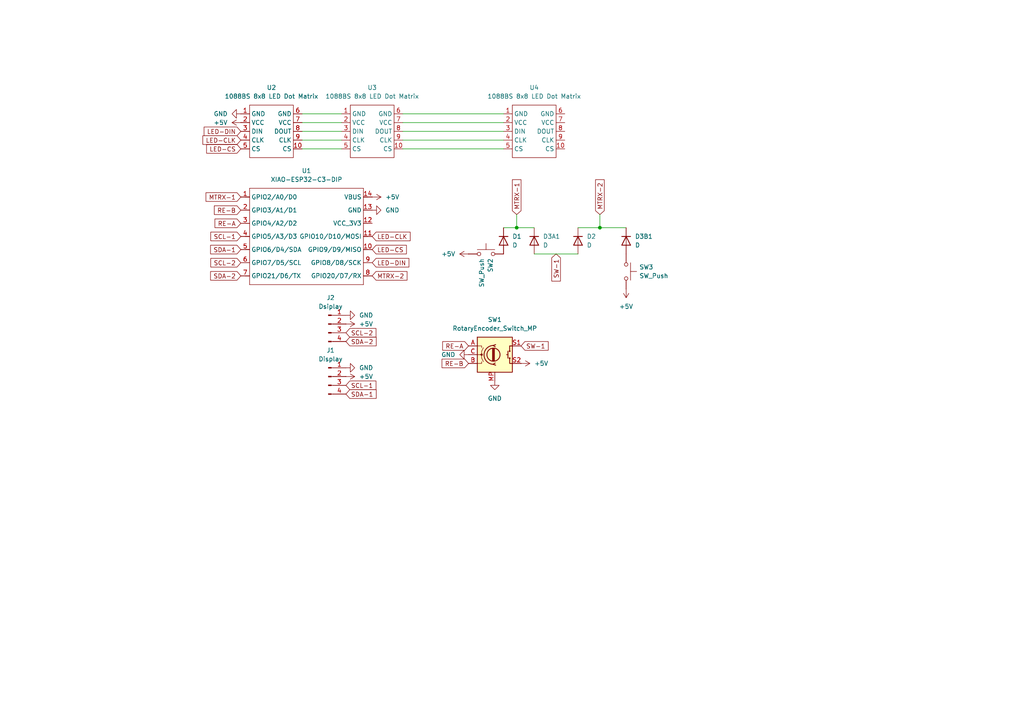
<source format=kicad_sch>
(kicad_sch (version 20250114) (generator "eeschema") (generator_version "9.0")
  (paper "A4")
  (lib_symbols
    (symbol "Connector:Conn_01x04_Pin" (pin_names (offset 1.016) (hide yes))
      (property "Reference" "J" (at 0 5.08 0))
      (property "Value" "Conn_01x04_Pin" (at 0 -7.62 0))
      (symbol "Conn_01x04_Pin_1_1"
        (rectangle (start 0.8636 2.667) (end 0 2.413) (stroke (width 0.1524)) (fill (type outline)))
        (rectangle (start 0.8636 0.127) (end 0 -0.127) (stroke (width 0.1524)) (fill (type outline)))
        (rectangle (start 0.8636 -2.413) (end 0 -2.667) (stroke (width 0.1524)) (fill (type outline)))
        (rectangle (start 0.8636 -4.953) (end 0 -5.207) (stroke (width 0.1524)) (fill (type outline)))
        (polyline (pts (xy 1.27 2.54) (xy 0.8636 2.54)) (stroke (width 0.1524)))
        (polyline (pts (xy 1.27 0) (xy 0.8636 0)) (stroke (width 0.1524)))
        (polyline (pts (xy 1.27 -2.54) (xy 0.8636 -2.54)) (stroke (width 0.1524)))
        (polyline (pts (xy 1.27 -5.08) (xy 0.8636 -5.08)) (stroke (width 0.1524)))
        (pin passive line (at 5.08 2.54 180) (length 3.81) (name "Pin_1") (number "1"))
        (pin passive line (at 5.08 0 180) (length 3.81) (name "Pin_2") (number "2"))
        (pin passive line (at 5.08 -2.54 180) (length 3.81) (name "Pin_3") (number "3"))
        (pin passive line (at 5.08 -5.08 180) (length 3.81) (name "Pin_4") (number "4"))
      )
    )
    (symbol "Device:D" (pin_numbers (hide yes)) (pin_names (offset 1.016) (hide yes))
      (property "Reference" "D" (at 0 2.54 0))
      (property "Value" "D" (at 0 -2.54 0))
      (symbol "D_0_1"
        (polyline (pts (xy -1.27 1.27) (xy -1.27 -1.27)) (stroke (width 0.254)))
        (polyline (pts (xy 1.27 1.27) (xy 1.27 -1.27) (xy -1.27 0) (xy 1.27 1.27)) (stroke (width 0.254)))
        (polyline (pts (xy 1.27 0) (xy -1.27 0)))
      )
      (symbol "D_1_1"
        (pin passive line (at -3.81 0 0) (length 2.54) (name "K") (number "1"))
        (pin passive line (at 3.81 0 180) (length 2.54) (name "A") (number "2"))
      )
    )
    (symbol "Device:RotaryEncoder_Switch_MP" (pin_names (offset 0.254) (hide yes))
      (property "Reference" "SW" (at 0 8.89 0))
      (property "Value" "RotaryEncoder_Switch_MP" (at 0 6.35 0))
      (symbol "RotaryEncoder_Switch_MP_0_1"
        (rectangle (start -5.08 5.08) (end 5.08 -5.08) (stroke (width 0.254)) (fill (type background)))
        (polyline (pts (xy -5.08 2.54) (xy -3.81 2.54) (xy -3.81 2.032)))
        (polyline (pts (xy -5.08 0) (xy -3.81 0) (xy -3.81 -1.016) (xy -3.302 -2.032)))
        (polyline (pts (xy -5.08 -2.54) (xy -3.81 -2.54) (xy -3.81 -2.032)))
        (polyline (pts (xy -4.318 0) (xy -3.81 0) (xy -3.81 1.016) (xy -3.302 2.032)))
        (circle (center -3.81 0) (radius 0.254) (fill (type outline)))
        (polyline (pts (xy -0.635 -1.778) (xy -0.635 1.778)) (stroke (width 0.254)))
        (circle (center -0.381 0) (radius 1.905) (stroke (width 0.254)))
        (polyline (pts (xy -0.381 -1.778) (xy -0.381 1.778)) (stroke (width 0.254)))
        (arc (start -0.381 -2.794) (mid -3.0988 -0.0635) (end -0.381 2.667) (stroke (width 0.254)))
        (polyline (pts (xy -0.127 1.778) (xy -0.127 -1.778)) (stroke (width 0.254)))
        (polyline (pts (xy 0.254 2.921) (xy -0.508 2.667) (xy 0.127 2.286)) (stroke (width 0.254)))
        (polyline (pts (xy 0.254 -3.048) (xy -0.508 -2.794) (xy 0.127 -2.413)) (stroke (width 0.254)))
        (polyline (pts (xy 3.81 1.016) (xy 3.81 -1.016)) (stroke (width 0.254)))
        (polyline (pts (xy 3.81 0) (xy 3.429 0)) (stroke (width 0.254)))
        (circle (center 4.318 1.016) (radius 0.127) (stroke (width 0.254)))
        (circle (center 4.318 -1.016) (radius 0.127) (stroke (width 0.254)))
        (polyline (pts (xy 5.08 2.54) (xy 4.318 2.54) (xy 4.318 1.016)) (stroke (width 0.254)))
        (polyline (pts (xy 5.08 -2.54) (xy 4.318 -2.54) (xy 4.318 -1.016)) (stroke (width 0.254)))
      )
      (symbol "RotaryEncoder_Switch_MP_1_1"
        (pin passive line (at -7.62 2.54 0) (length 2.54) (name "A") (number "A"))
        (pin passive line (at -7.62 0 0) (length 2.54) (name "C") (number "C"))
        (pin passive line (at -7.62 -2.54 0) (length 2.54) (name "B") (number "B"))
        (pin passive line (at 0 -7.62 90) (length 2.54) (name "MP") (number "MP"))
        (pin passive line (at 7.62 2.54 180) (length 2.54) (name "S1") (number "S1"))
        (pin passive line (at 7.62 -2.54 180) (length 2.54) (name "S2") (number "S2"))
      )
    )
    (symbol "LED:1088BS_8x8_Dot_Matrix"
      (property "Reference" "U" (at 8.382 -0.254 0))
      (property "Value" "1088BS 8x8 LED Dot Matrix" (at 5.334 -18.034 0))
      (symbol "1088BS_8x8_Dot_Matrix_0_1"
        (rectangle (start 2.54 -1.27) (end 15.24 -16.51))
      )
      (symbol "1088BS_8x8_Dot_Matrix_1_1"
        (pin power_in line (at 0 -3.81 0) (length 2.54) (name "GND") (number "1"))
        (pin power_in line (at 0 -6.35 0) (length 2.54) (name "VCC") (number "2"))
        (pin input line (at 0 -8.89 0) (length 2.54) (name "DIN") (number "3"))
        (pin input line (at 0 -11.43 0) (length 2.54) (name "CLK") (number "4"))
        (pin input line (at 0 -13.97 0) (length 2.54) (name "CS") (number "5"))
        (pin power_out line (at 17.78 -3.81 180) (length 2.54) (name "GND") (number "6"))
        (pin power_out line (at 17.78 -6.35 180) (length 2.54) (name "VCC") (number "7"))
        (pin output line (at 17.78 -8.89 180) (length 2.54) (name "DOUT") (number "8"))
        (pin output line (at 17.78 -11.43 180) (length 2.54) (name "CLK") (number "9"))
        (pin output line (at 17.78 -13.97 180) (length 2.54) (name "CS") (number "10"))
      )
    )
    (symbol "Seeed_Studio_XIAO_Series:XIAO-ESP32-C3-DIP"
      (property "Reference" "U" (at 1.016 2.794 0))
      (property "Value" "XIAO-ESP32-C3-DIP" (at 7.62 1.016 0))
      (symbol "XIAO-ESP32-C3-DIP_1_0"
        (polyline (pts (xy 0 0) (xy 33.02 0)) (stroke (width 0.1524)))
        (polyline (pts (xy 0 -2.54) (xy -1.27 -2.54)) (stroke (width 0.1524)))
        (polyline (pts (xy 0 -2.54) (xy 0 0)) (stroke (width 0.1524)))
        (polyline (pts (xy 0 -6.35) (xy -1.27 -6.35)) (stroke (width 0.1524)))
        (polyline (pts (xy 0 -6.35) (xy 0 -2.54)) (stroke (width 0.1524)))
        (polyline (pts (xy 0 -10.16) (xy -1.27 -10.16)) (stroke (width 0.1524)))
        (polyline (pts (xy 0 -10.16) (xy 0 -6.35)) (stroke (width 0.1524)))
        (polyline (pts (xy 0 -13.97) (xy -1.27 -13.97)) (stroke (width 0.1524)))
        (polyline (pts (xy 0 -13.97) (xy 0 -10.16)) (stroke (width 0.1524)))
        (polyline (pts (xy 0 -17.78) (xy -1.27 -17.78)) (stroke (width 0.1524)))
        (polyline (pts (xy 0 -21.59) (xy -1.27 -21.59)) (stroke (width 0.1524)))
        (polyline (pts (xy 0 -25.4) (xy -1.27 -25.4)) (stroke (width 0.1524)))
        (polyline (pts (xy 0 -27.94) (xy 0 -13.97)) (stroke (width 0.1524)))
        (polyline (pts (xy 33.02 0) (xy 33.02 -2.54)) (stroke (width 0.1524)))
        (polyline (pts (xy 33.02 -2.54) (xy 33.02 -6.35)) (stroke (width 0.1524)))
        (polyline (pts (xy 33.02 -6.35) (xy 33.02 -10.16)) (stroke (width 0.1524)))
        (polyline (pts (xy 33.02 -10.16) (xy 33.02 -27.94)) (stroke (width 0.1524)))
        (polyline (pts (xy 33.02 -27.94) (xy 0 -27.94)) (stroke (width 0.1524)))
        (polyline (pts (xy 34.29 -2.54) (xy 33.02 -2.54)) (stroke (width 0.1524)))
        (polyline (pts (xy 34.29 -6.35) (xy 33.02 -6.35)) (stroke (width 0.1524)))
        (polyline (pts (xy 34.29 -10.16) (xy 33.02 -10.16)) (stroke (width 0.1524)))
        (polyline (pts (xy 34.29 -13.97) (xy 33.02 -13.97)) (stroke (width 0.1524)))
        (polyline (pts (xy 34.29 -17.78) (xy 33.02 -17.78)) (stroke (width 0.1524)))
        (polyline (pts (xy 34.29 -21.59) (xy 33.02 -21.59)) (stroke (width 0.1524)))
        (polyline (pts (xy 34.29 -25.4) (xy 33.02 -25.4)) (stroke (width 0.1524)))
        (pin passive line (at -2.54 -2.54 0) (length 2.54) (name "GPIO2/A0/D0") (number "1"))
        (pin passive line (at -2.54 -6.35 0) (length 2.54) (name "GPIO3/A1/D1") (number "2"))
        (pin passive line (at -2.54 -10.16 0) (length 2.54) (name "GPIO4/A2/D2") (number "3"))
        (pin passive line (at -2.54 -13.97 0) (length 2.54) (name "GPIO5/A3/D3") (number "4"))
        (pin passive line (at -2.54 -17.78 0) (length 2.54) (name "GPIO6/D4/SDA") (number "5"))
        (pin passive line (at -2.54 -21.59 0) (length 2.54) (name "GPIO7/D5/SCL") (number "6"))
        (pin passive line (at -2.54 -25.4 0) (length 2.54) (name "GPIO21/D6/TX") (number "7"))
        (pin passive line (at 35.56 -2.54 180) (length 2.54) (name "VBUS") (number "14"))
        (pin passive line (at 35.56 -6.35 180) (length 2.54) (name "GND") (number "13"))
        (pin passive line (at 35.56 -10.16 180) (length 2.54) (name "VCC_3V3") (number "12"))
        (pin passive line (at 35.56 -13.97 180) (length 2.54) (name "GPIO10/D10/MOSI") (number "11"))
        (pin passive line (at 35.56 -17.78 180) (length 2.54) (name "GPIO9/D9/MISO") (number "10"))
        (pin passive line (at 35.56 -21.59 180) (length 2.54) (name "GPIO8/D8/SCK") (number "9"))
        (pin passive line (at 35.56 -25.4 180) (length 2.54) (name "GPIO20/D7/RX") (number "8"))
      )
    )
    (symbol "Switch:SW_Push" (pin_numbers (hide yes)) (pin_names (offset 1.016) (hide yes))
      (property "Reference" "SW" (at 1.27 2.54 0))
      (property "Value" "SW_Push" (at 0 -1.524 0))
      (symbol "SW_Push_0_1"
        (circle (center -2.032 0) (radius 0.508))
        (polyline (pts (xy 0 1.27) (xy 0 3.048)))
        (circle (center 2.032 0) (radius 0.508))
        (polyline (pts (xy 2.54 1.27) (xy -2.54 1.27)))
        (pin passive line (at -5.08 0 0) (length 2.54) (name "1") (number "1"))
        (pin passive line (at 5.08 0 180) (length 2.54) (name "2") (number "2"))
      )
    )
    (symbol "power:+5V" (power) (pin_numbers (hide yes)) (pin_names (offset 0) (hide yes))
      (property "Value" "+5V" (at 0 3.556 0))
      (symbol "+5V_0_1"
        (polyline (pts (xy -0.762 1.27) (xy 0 2.54)))
        (polyline (pts (xy 0 2.54) (xy 0.762 1.27)))
        (polyline (pts (xy 0 0) (xy 0 2.54)))
      )
      (symbol "+5V_1_1"
        (pin power_in line (at 0 0 90) (length 0) (name "~") (number "1"))
      )
    )
    (symbol "power:GND" (power) (pin_numbers (hide yes)) (pin_names (offset 0) (hide yes))
      (property "Value" "GND" (at 0 -3.81 0))
      (symbol "GND_0_1"
        (polyline (pts (xy 0 0) (xy 0 -1.27) (xy 1.27 -1.27) (xy 0 -2.54) (xy -1.27 -1.27) (xy 0 -1.27)))
      )
      (symbol "GND_1_1"
        (pin power_in line (at 0 0 270) (length 0) (name "~") (number "1"))
      )
    )
  )
  (junction (at 173.99 66.04))
  (junction (at 149.86 66.04))
  (wire (pts (xy 146.05 66.04) (xy 149.86 66.04)))
  (wire (pts (xy 87.63 38.1) (xy 99.06 38.1)))
  (wire (pts (xy 116.84 35.56) (xy 146.05 35.56)))
  (wire (pts (xy 87.63 43.18) (xy 99.06 43.18)))
  (wire (pts (xy 154.94 73.66) (xy 167.64 73.66)))
  (wire (pts (xy 167.64 66.04) (xy 173.99 66.04)))
  (wire (pts (xy 116.84 40.64) (xy 146.05 40.64)))
  (wire (pts (xy 116.84 33.02) (xy 146.05 33.02)))
  (wire (pts (xy 173.99 66.04) (xy 173.99 62.23)))
  (wire (pts (xy 87.63 33.02) (xy 99.06 33.02)))
  (wire (pts (xy 181.61 66.04) (xy 173.99 66.04)))
  (wire (pts (xy 87.63 35.56) (xy 99.06 35.56)))
  (wire (pts (xy 146.05 38.1) (xy 116.84 38.1)))
  (wire (pts (xy 87.63 40.64) (xy 99.06 40.64)))
  (wire (pts (xy 149.86 66.04) (xy 149.86 62.23)))
  (wire (pts (xy 154.94 66.04) (xy 149.86 66.04)))
  (wire (pts (xy 116.84 43.18) (xy 146.05 43.18)))
  (global_label "SDA-2" (shape input) (at 69.85 80.01 180) (property "Intersheetrefs" "${INTERSHEET_REFS}" (effects (hide yes))))
  (global_label "SCL-2" (shape input) (at 100.33 96.52 0) (property "Intersheetrefs" "${INTERSHEET_REFS}" (effects (hide yes))))
  (global_label "LED-CLK" (shape input) (at 69.85 40.64 180) (property "Intersheetrefs" "${INTERSHEET_REFS}" (effects (hide yes))))
  (global_label "SDA-1" (shape input) (at 100.33 114.3 0) (property "Intersheetrefs" "${INTERSHEET_REFS}" (effects (hide yes))))
  (global_label "SDA-1" (shape input) (at 69.85 72.39 180) (property "Intersheetrefs" "${INTERSHEET_REFS}" (effects (hide yes))))
  (global_label "MTRX-2" (shape input) (at 107.95 80.01 0) (property "Intersheetrefs" "${INTERSHEET_REFS}" (effects (hide yes))))
  (global_label "MTRX-1" (shape input) (at 69.85 57.15 180) (property "Intersheetrefs" "${INTERSHEET_REFS}" (effects (hide yes))))
  (global_label "LED-DIN" (shape input) (at 69.85 38.1 180) (property "Intersheetrefs" "${INTERSHEET_REFS}" (effects (hide yes))))
  (global_label "SDA-2" (shape input) (at 100.33 99.06 0) (property "Intersheetrefs" "${INTERSHEET_REFS}" (effects (hide yes))))
  (global_label "RE-B" (shape input) (at 69.85 60.96 180) (property "Intersheetrefs" "${INTERSHEET_REFS}" (effects (hide yes))))
  (global_label "LED-DIN" (shape input) (at 107.95 76.2 0) (property "Intersheetrefs" "${INTERSHEET_REFS}" (effects (hide yes))))
  (global_label "SW-1" (shape input) (at 161.29 73.66 270) (property "Intersheetrefs" "${INTERSHEET_REFS}" (effects (hide yes))))
  (global_label "LED-CLK" (shape input) (at 107.95 68.58 0) (property "Intersheetrefs" "${INTERSHEET_REFS}" (effects (hide yes))))
  (global_label "RE-A" (shape input) (at 135.89 100.33 180) (property "Intersheetrefs" "${INTERSHEET_REFS}" (effects (hide yes))))
  (global_label "MTRX-2" (shape input) (at 173.99 62.23 90) (property "Intersheetrefs" "${INTERSHEET_REFS}" (effects (hide yes))))
  (global_label "LED-CS" (shape input) (at 69.85 43.18 180) (property "Intersheetrefs" "${INTERSHEET_REFS}" (effects (hide yes))))
  (global_label "RE-B" (shape input) (at 135.89 105.41 180) (property "Intersheetrefs" "${INTERSHEET_REFS}" (effects (hide yes))))
  (global_label "SCL-2" (shape input) (at 69.85 76.2 180) (property "Intersheetrefs" "${INTERSHEET_REFS}" (effects (hide yes))))
  (global_label "RE-A" (shape input) (at 69.85 64.77 180) (property "Intersheetrefs" "${INTERSHEET_REFS}" (effects (hide yes))))
  (global_label "SCL-1" (shape input) (at 69.85 68.58 180) (property "Intersheetrefs" "${INTERSHEET_REFS}" (effects (hide yes))))
  (global_label "SW-1" (shape input) (at 151.13 100.33 0) (property "Intersheetrefs" "${INTERSHEET_REFS}" (effects (hide yes))))
  (global_label "LED-CS" (shape input) (at 107.95 72.39 0) (property "Intersheetrefs" "${INTERSHEET_REFS}" (effects (hide yes))))
  (global_label "SCL-1" (shape input) (at 100.33 111.76 0) (property "Intersheetrefs" "${INTERSHEET_REFS}" (effects (hide yes))))
  (global_label "MTRX-1" (shape input) (at 149.86 62.23 90) (property "Intersheetrefs" "${INTERSHEET_REFS}" (effects (hide yes))))
  (symbol (lib_id "power:GND") (at 135.89 102.87 270) (unit 1)
    (property "Reference" "#PWR03" (effects (hide yes)))
    (property "Value" "GND" (at 132.08 102.8699 90) (effects (justify right)))
    (property "Description" "Power symbol creates a global label with name \"GND\" , ground" (effects (hide yes)))
  )
  (symbol (lib_id "power:GND") (at 107.95 60.96 90) (unit 1)
    (property "Reference" "#PWR06" (effects (hide yes)))
    (property "Value" "GND" (at 111.76 60.9599 90) (effects (justify right)))
    (property "Description" "Power symbol creates a global label with name \"GND\" , ground" (effects (hide yes)))
  )
  (symbol (lib_id "LED:1088BS_8x8_Dot_Matrix") (at 69.85 29.21 0) (unit 1)
    (property "Reference" "U2" (at 78.74 25.4 0))
    (property "Value" "1088BS 8x8 LED Dot Matrix" (at 78.74 27.94 0))
    (property "Footprint" "LED_THT:8x8 LED Dot Matrix Display Module" (effects (hide yes)))
    (property "Description" "Serial LED dot-matrix module consisting of an 8x8 grid of red LEDs. It is based on the Maxim MAX7219 serial LED controller IC" (effects (hide yes)))
  )
  (symbol (lib_id "Switch:SW_Push") (at 140.97 73.66 0) (unit 1)
    (property "Reference" "SW2" (at 142.2401 74.93 90) (effects (justify right)))
    (property "Value" "SW_Push" (at 139.7001 74.93 90) (effects (justify right)))
    (property "Footprint" "PCM_Switch_Keyboard_Cherry_MX:SW_Cherry_MX_PCB" (effects (hide yes)))
    (property "Description" "Push button switch, generic, two pins" (effects (hide yes)))
  )
  (symbol (lib_id "power:GND") (at 143.51 110.49 0) (unit 1)
    (property "Reference" "#PWR02" (effects (hide yes)))
    (property "Value" "GND" (at 143.51 115.57 0))
    (property "Description" "Power symbol creates a global label with name \"GND\" , ground" (effects (hide yes)))
  )
  (symbol (lib_id "Device:D") (at 181.61 69.85 270) (unit 1)
    (property "Reference" "D3B1" (at 184.15 68.5799 90) (effects (justify left)))
    (property "Value" "D" (at 184.15 71.1199 90) (effects (justify left)))
    (property "Footprint" "Diode_THT:D_DO-35_SOD27_P7.62mm_Horizontal" (effects (hide yes)))
    (property "Description" "Diode" (effects (hide yes)))
    (property "Sim.Device" "D" (effects (hide yes)))
    (property "Sim.Pins" "1=K 2=A" (effects (hide yes)))
  )
  (symbol (lib_id "power:GND") (at 69.85 33.02 270) (unit 1)
    (property "Reference" "#PWR08" (effects (hide yes)))
    (property "Value" "GND" (at 66.04 33.0199 90) (effects (justify right)))
    (property "Description" "Power symbol creates a global label with name \"GND\" , ground" (effects (hide yes)))
  )
  (symbol (lib_id "Switch:SW_Push") (at 181.61 78.74 270) (unit 1)
    (property "Reference" "SW3" (at 185.42 77.4699 90) (effects (justify left)))
    (property "Value" "SW_Push" (at 185.42 80.0099 90) (effects (justify left)))
    (property "Footprint" "PCM_Switch_Keyboard_Cherry_MX:SW_Cherry_MX_PCB" (effects (hide yes)))
    (property "Description" "Push button switch, generic, two pins" (effects (hide yes)))
  )
  (symbol (lib_id "power:+5V") (at 135.89 73.66 90) (unit 1)
    (property "Reference" "#PWR07" (effects (hide yes)))
    (property "Value" "+5V" (at 132.08 73.6599 90) (effects (justify left)))
    (property "Description" "Power symbol creates a global label with name \"+5V\"" (effects (hide yes)))
  )
  (symbol (lib_id "Device:RotaryEncoder_Switch_MP") (at 143.51 102.87 0) (unit 1)
    (property "Reference" "SW1" (at 143.51 92.71 0))
    (property "Value" "RotaryEncoder_Switch_MP" (at 143.51 95.25 0))
    (property "Footprint" "Rotary_Encoder:RotaryEncoder_Alps_EC11E-Switch_Vertical_H20mm" (effects (hide yes)))
    (property "Description" "Rotary encoder, dual channel, incremental quadrate outputs, with switch and MP Pin" (effects (hide yes)))
  )
  (symbol (lib_id "Device:D") (at 146.05 69.85 270) (unit 1)
    (property "Reference" "D1" (at 148.59 68.5799 90) (effects (justify left)))
    (property "Value" "D" (at 148.59 71.1199 90) (effects (justify left)))
    (property "Footprint" "Diode_THT:D_DO-35_SOD27_P7.62mm_Horizontal" (effects (hide yes)))
    (property "Description" "Diode" (effects (hide yes)))
    (property "Sim.Device" "D" (effects (hide yes)))
    (property "Sim.Pins" "1=K 2=A" (effects (hide yes)))
  )
  (symbol (lib_id "Connector:Conn_01x04_Pin") (at 95.25 109.22 0) (unit 1)
    (property "Reference" "J1" (at 95.885 101.6 0))
    (property "Value" "Display" (at 95.885 104.14 0))
    (property "Footprint" "Display:OLED_SSD1306_I2C_0.96" (effects (hide yes)))
    (property "Description" "Generic connector, single row, 01x04, script generated" (effects (hide yes)))
  )
  (symbol (lib_id "power:+5V") (at 181.61 83.82 180) (unit 1)
    (property "Reference" "#PWR09" (effects (hide yes)))
    (property "Value" "+5V" (at 181.61 88.9 0))
    (property "Description" "Power symbol creates a global label with name \"+5V\"" (effects (hide yes)))
  )
  (symbol (lib_id "power:+5V") (at 100.33 93.98 270) (unit 1)
    (property "Reference" "#PWR013" (effects (hide yes)))
    (property "Value" "+5V" (at 104.14 93.9799 90) (effects (justify left)))
    (property "Description" "Power symbol creates a global label with name \"+5V\"" (effects (hide yes)))
  )
  (symbol (lib_id "Connector:Conn_01x04_Pin") (at 95.25 93.98 0) (unit 1)
    (property "Reference" "J2" (at 95.885 86.36 0))
    (property "Value" "Dsiplay" (at 95.885 88.9 0))
    (property "Footprint" "Display:OLED_SSD1306_I2C_0.96" (effects (hide yes)))
    (property "Description" "Generic connector, single row, 01x04, script generated" (effects (hide yes)))
  )
  (symbol (lib_id "Device:D") (at 167.64 69.85 270) (unit 1)
    (property "Reference" "D2" (at 170.18 68.5799 90) (effects (justify left)))
    (property "Value" "D" (at 170.18 71.1199 90) (effects (justify left)))
    (property "Footprint" "Diode_THT:D_DO-35_SOD27_P7.62mm_Horizontal" (effects (hide yes)))
    (property "Description" "Diode" (effects (hide yes)))
    (property "Sim.Device" "D" (effects (hide yes)))
    (property "Sim.Pins" "1=K 2=A" (effects (hide yes)))
  )
  (symbol (lib_id "power:+5V") (at 107.95 57.15 270) (unit 1)
    (property "Reference" "#PWR011" (effects (hide yes)))
    (property "Value" "+5V" (at 111.76 57.1499 90) (effects (justify left)))
    (property "Description" "Power symbol creates a global label with name \"+5V\"" (effects (hide yes)))
  )
  (symbol (lib_id "power:GND") (at 100.33 91.44 90) (unit 1)
    (property "Reference" "#PWR012" (effects (hide yes)))
    (property "Value" "GND" (at 104.14 91.4399 90) (effects (justify right)))
    (property "Description" "Power symbol creates a global label with name \"GND\" , ground" (effects (hide yes)))
  )
  (symbol (lib_id "LED:1088BS_8x8_Dot_Matrix") (at 146.05 29.21 0) (unit 1)
    (property "Reference" "U4" (at 154.94 25.4 0))
    (property "Value" "1088BS 8x8 LED Dot Matrix" (at 154.94 27.94 0))
    (property "Footprint" "LED_THT:8x8 LED Dot Matrix Display Module" (effects (hide yes)))
    (property "Description" "Serial LED dot-matrix module consisting of an 8x8 grid of red LEDs. It is based on the Maxim MAX7219 serial LED controller IC" (effects (hide yes)))
  )
  (symbol (lib_id "Seeed_Studio_XIAO_Series:XIAO-ESP32-C3-DIP") (at 72.39 54.61 0) (unit 1)
    (property "Reference" "U1" (at 88.9 49.53 0))
    (property "Value" "XIAO-ESP32-C3-DIP" (at 88.9 52.07 0))
    (property "Footprint" "Seeed Studio XIAO Series Library:XIAO-ESP32C3-DIP" (effects (hide yes)))
  )
  (symbol (lib_id "power:+5V") (at 100.33 109.22 270) (unit 1)
    (property "Reference" "#PWR014" (effects (hide yes)))
    (property "Value" "+5V" (at 104.14 109.2199 90) (effects (justify left)))
    (property "Description" "Power symbol creates a global label with name \"+5V\"" (effects (hide yes)))
  )
  (symbol (lib_id "power:GND") (at 100.33 106.68 90) (unit 1)
    (property "Reference" "#PWR04" (effects (hide yes)))
    (property "Value" "GND" (at 104.14 106.6799 90) (effects (justify right)))
    (property "Description" "Power symbol creates a global label with name \"GND\" , ground" (effects (hide yes)))
  )
  (symbol (lib_id "LED:1088BS_8x8_Dot_Matrix") (at 99.06 29.21 0) (unit 1)
    (property "Reference" "U3" (at 107.95 25.4 0))
    (property "Value" "1088BS 8x8 LED Dot Matrix" (at 107.95 27.94 0))
    (property "Footprint" "LED_THT:8x8 LED Dot Matrix Display Module" (effects (hide yes)))
    (property "Description" "Serial LED dot-matrix module consisting of an 8x8 grid of red LEDs. It is based on the Maxim MAX7219 serial LED controller IC" (effects (hide yes)))
  )
  (symbol (lib_id "power:+5V") (at 151.13 105.41 270) (unit 1)
    (property "Reference" "#PWR01" (effects (hide yes)))
    (property "Value" "+5V" (at 154.94 105.4099 90) (effects (justify left)))
    (property "Description" "Power symbol creates a global label with name \"+5V\"" (effects (hide yes)))
  )
  (symbol (lib_id "Device:D") (at 154.94 69.85 270) (unit 1)
    (property "Reference" "D3A1" (at 157.48 68.5799 90) (effects (justify left)))
    (property "Value" "D" (at 157.48 71.1199 90) (effects (justify left)))
    (property "Footprint" "Diode_THT:D_DO-35_SOD27_P7.62mm_Horizontal" (effects (hide yes)))
    (property "Description" "Diode" (effects (hide yes)))
    (property "Sim.Device" "D" (effects (hide yes)))
    (property "Sim.Pins" "1=K 2=A" (effects (hide yes)))
  )
  (symbol (lib_id "power:+5V") (at 69.85 35.56 90) (unit 1)
    (property "Reference" "#PWR010" (effects (hide yes)))
    (property "Value" "+5V" (at 66.04 35.5599 90) (effects (justify left)))
    (property "Description" "Power symbol creates a global label with name \"+5V\"" (effects (hide yes)))
  )
)
</source>
